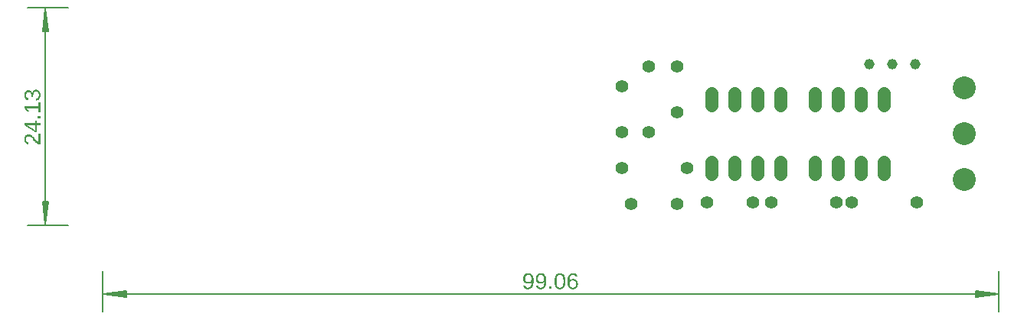
<source format=gbr>
G04 EAGLE Gerber RS-274X export*
G75*
%MOMM*%
%FSLAX34Y34*%
%LPD*%
%INTop Copper*%
%IPPOS*%
%AMOC8*
5,1,8,0,0,1.08239X$1,22.5*%
G01*
G04 Define Apertures*
%ADD10C,0.130000*%
%ADD11C,1.158000*%
%ADD12C,1.422400*%
%ADD13C,2.540000*%
%ADD14C,1.400000*%
G36*
X505619Y-70691D02*
X505975Y-70665D01*
X506319Y-70620D01*
X506652Y-70558D01*
X506973Y-70478D01*
X507284Y-70380D01*
X507582Y-70264D01*
X507870Y-70130D01*
X508146Y-69978D01*
X508411Y-69809D01*
X508664Y-69622D01*
X508906Y-69417D01*
X509137Y-69194D01*
X509356Y-68953D01*
X509564Y-68695D01*
X509761Y-68419D01*
X509946Y-68125D01*
X510119Y-67816D01*
X510280Y-67491D01*
X510429Y-67150D01*
X510566Y-66792D01*
X510692Y-66419D01*
X510805Y-66030D01*
X510906Y-65624D01*
X510996Y-65203D01*
X511073Y-64766D01*
X511139Y-64313D01*
X511193Y-63843D01*
X511234Y-63358D01*
X511264Y-62857D01*
X511282Y-62339D01*
X511288Y-61806D01*
X511265Y-60739D01*
X511197Y-59739D01*
X511146Y-59264D01*
X511084Y-58807D01*
X511010Y-58366D01*
X510925Y-57942D01*
X510828Y-57534D01*
X510720Y-57144D01*
X510601Y-56771D01*
X510470Y-56414D01*
X510328Y-56075D01*
X510175Y-55752D01*
X510010Y-55446D01*
X509834Y-55157D01*
X509646Y-54885D01*
X509446Y-54631D01*
X509233Y-54394D01*
X509007Y-54175D01*
X508769Y-53973D01*
X508519Y-53789D01*
X508256Y-53622D01*
X507980Y-53473D01*
X507692Y-53341D01*
X507392Y-53227D01*
X507079Y-53131D01*
X506753Y-53052D01*
X506415Y-52991D01*
X506065Y-52947D01*
X505701Y-52920D01*
X505326Y-52912D01*
X504940Y-52920D01*
X504567Y-52946D01*
X504207Y-52990D01*
X503861Y-53050D01*
X503528Y-53129D01*
X503208Y-53224D01*
X502901Y-53337D01*
X502607Y-53467D01*
X502326Y-53614D01*
X502059Y-53779D01*
X501805Y-53961D01*
X501564Y-54161D01*
X501336Y-54378D01*
X501121Y-54612D01*
X500920Y-54863D01*
X500731Y-55132D01*
X500555Y-55419D01*
X500391Y-55722D01*
X500237Y-56043D01*
X500095Y-56382D01*
X499965Y-56738D01*
X499846Y-57112D01*
X499738Y-57503D01*
X499641Y-57911D01*
X499556Y-58337D01*
X499482Y-58780D01*
X499420Y-59241D01*
X499369Y-59719D01*
X499329Y-60215D01*
X499300Y-60728D01*
X499278Y-61806D01*
X499284Y-62342D01*
X499301Y-62862D01*
X499330Y-63366D01*
X499371Y-63853D01*
X499424Y-64324D01*
X499488Y-64779D01*
X499564Y-65218D01*
X499652Y-65640D01*
X499751Y-66046D01*
X499862Y-66435D01*
X499985Y-66809D01*
X500120Y-67166D01*
X500266Y-67506D01*
X500424Y-67831D01*
X500593Y-68139D01*
X500774Y-68431D01*
X500967Y-68706D01*
X501172Y-68963D01*
X501388Y-69202D01*
X501616Y-69424D01*
X501855Y-69628D01*
X502106Y-69814D01*
X502368Y-69982D01*
X502642Y-70133D01*
X502928Y-70266D01*
X503225Y-70381D01*
X503534Y-70479D01*
X503854Y-70559D01*
X504187Y-70621D01*
X504530Y-70665D01*
X504885Y-70691D01*
X505252Y-70700D01*
X505619Y-70691D01*
G37*
G36*
X470287Y-70691D02*
X470646Y-70663D01*
X470995Y-70616D01*
X471333Y-70551D01*
X471660Y-70467D01*
X471977Y-70364D01*
X472282Y-70242D01*
X472577Y-70102D01*
X472861Y-69943D01*
X473135Y-69766D01*
X473397Y-69570D01*
X473649Y-69355D01*
X473890Y-69121D01*
X474120Y-68869D01*
X474339Y-68598D01*
X474548Y-68308D01*
X474745Y-68001D01*
X474929Y-67678D01*
X475100Y-67339D01*
X475259Y-66983D01*
X475405Y-66612D01*
X475538Y-66224D01*
X475659Y-65820D01*
X475767Y-65401D01*
X475862Y-64965D01*
X475945Y-64513D01*
X476015Y-64045D01*
X476072Y-63560D01*
X476116Y-63060D01*
X476148Y-62544D01*
X476167Y-62011D01*
X476173Y-61463D01*
X476150Y-60426D01*
X476121Y-59932D01*
X476081Y-59456D01*
X476028Y-58996D01*
X475965Y-58553D01*
X475889Y-58127D01*
X475802Y-57718D01*
X475704Y-57325D01*
X475593Y-56949D01*
X475472Y-56590D01*
X475338Y-56248D01*
X475193Y-55922D01*
X475037Y-55614D01*
X474869Y-55322D01*
X474689Y-55046D01*
X474498Y-54788D01*
X474296Y-54546D01*
X474083Y-54321D01*
X473859Y-54112D01*
X473625Y-53921D01*
X473379Y-53746D01*
X473122Y-53587D01*
X472855Y-53445D01*
X472576Y-53320D01*
X472287Y-53212D01*
X471987Y-53120D01*
X471676Y-53045D01*
X471353Y-52987D01*
X471020Y-52945D01*
X470676Y-52920D01*
X470321Y-52912D01*
X469987Y-52918D01*
X469662Y-52936D01*
X469347Y-52966D01*
X469040Y-53009D01*
X468455Y-53130D01*
X467908Y-53300D01*
X467397Y-53518D01*
X466924Y-53785D01*
X466488Y-54100D01*
X466089Y-54464D01*
X465732Y-54870D01*
X465423Y-55312D01*
X465162Y-55791D01*
X464948Y-56305D01*
X464782Y-56856D01*
X464663Y-57444D01*
X464592Y-58067D01*
X464574Y-58392D01*
X464568Y-58727D01*
X464590Y-59370D01*
X464655Y-59980D01*
X464764Y-60558D01*
X464917Y-61104D01*
X465114Y-61616D01*
X465354Y-62097D01*
X465639Y-62544D01*
X465966Y-62959D01*
X466331Y-63333D01*
X466724Y-63657D01*
X467146Y-63931D01*
X467598Y-64155D01*
X468079Y-64330D01*
X468589Y-64454D01*
X468854Y-64498D01*
X469128Y-64529D01*
X469408Y-64548D01*
X469696Y-64554D01*
X470048Y-64544D01*
X470393Y-64512D01*
X470730Y-64460D01*
X471061Y-64387D01*
X471384Y-64293D01*
X471699Y-64178D01*
X472008Y-64042D01*
X472309Y-63885D01*
X472595Y-63712D01*
X472860Y-63524D01*
X473103Y-63323D01*
X473324Y-63108D01*
X473523Y-62880D01*
X473701Y-62638D01*
X473856Y-62382D01*
X473990Y-62113D01*
X473962Y-62908D01*
X473903Y-63656D01*
X473813Y-64357D01*
X473692Y-65011D01*
X473540Y-65618D01*
X473357Y-66177D01*
X473143Y-66690D01*
X472898Y-67155D01*
X472624Y-67569D01*
X472323Y-67928D01*
X471995Y-68231D01*
X471640Y-68480D01*
X471259Y-68673D01*
X471058Y-68749D01*
X470851Y-68811D01*
X470636Y-68859D01*
X470415Y-68894D01*
X470188Y-68915D01*
X469953Y-68922D01*
X469677Y-68913D01*
X469414Y-68888D01*
X469163Y-68846D01*
X468924Y-68787D01*
X468698Y-68711D01*
X468485Y-68618D01*
X468284Y-68508D01*
X468095Y-68382D01*
X467919Y-68238D01*
X467755Y-68078D01*
X467603Y-67901D01*
X467465Y-67707D01*
X467338Y-67496D01*
X467224Y-67268D01*
X467123Y-67024D01*
X467034Y-66762D01*
X464924Y-67094D01*
X465066Y-67553D01*
X465231Y-67979D01*
X465417Y-68372D01*
X465624Y-68733D01*
X465854Y-69061D01*
X466105Y-69356D01*
X466377Y-69618D01*
X466672Y-69848D01*
X466989Y-70048D01*
X467332Y-70221D01*
X467700Y-70367D01*
X468093Y-70487D01*
X468511Y-70580D01*
X468955Y-70647D01*
X469423Y-70687D01*
X469917Y-70700D01*
X470287Y-70691D01*
G37*
G36*
X484256Y-70691D02*
X484615Y-70663D01*
X484964Y-70616D01*
X485302Y-70551D01*
X485629Y-70467D01*
X485946Y-70364D01*
X486251Y-70242D01*
X486546Y-70102D01*
X486830Y-69943D01*
X487103Y-69766D01*
X487366Y-69570D01*
X487618Y-69355D01*
X487858Y-69121D01*
X488089Y-68869D01*
X488308Y-68598D01*
X488517Y-68308D01*
X488713Y-68001D01*
X488898Y-67678D01*
X489069Y-67339D01*
X489228Y-66983D01*
X489374Y-66612D01*
X489507Y-66224D01*
X489628Y-65820D01*
X489736Y-65401D01*
X489831Y-64965D01*
X489913Y-64513D01*
X489983Y-64045D01*
X490040Y-63560D01*
X490085Y-63060D01*
X490117Y-62544D01*
X490136Y-62011D01*
X490142Y-61463D01*
X490119Y-60426D01*
X490090Y-59932D01*
X490049Y-59456D01*
X489997Y-58996D01*
X489933Y-58553D01*
X489858Y-58127D01*
X489771Y-57718D01*
X489672Y-57325D01*
X489562Y-56949D01*
X489440Y-56590D01*
X489307Y-56248D01*
X489162Y-55922D01*
X489006Y-55614D01*
X488837Y-55322D01*
X488658Y-55046D01*
X488467Y-54788D01*
X488265Y-54546D01*
X488052Y-54321D01*
X487828Y-54112D01*
X487593Y-53921D01*
X487348Y-53746D01*
X487091Y-53587D01*
X486824Y-53445D01*
X486545Y-53320D01*
X486256Y-53212D01*
X485956Y-53120D01*
X485644Y-53045D01*
X485322Y-52987D01*
X484989Y-52945D01*
X484645Y-52920D01*
X484290Y-52912D01*
X483956Y-52918D01*
X483631Y-52936D01*
X483315Y-52966D01*
X483009Y-53009D01*
X482424Y-53130D01*
X481876Y-53300D01*
X481366Y-53518D01*
X480893Y-53785D01*
X480457Y-54100D01*
X480058Y-54464D01*
X479701Y-54870D01*
X479392Y-55312D01*
X479131Y-55791D01*
X478917Y-56305D01*
X478750Y-56856D01*
X478632Y-57444D01*
X478560Y-58067D01*
X478542Y-58392D01*
X478536Y-58727D01*
X478558Y-59370D01*
X478624Y-59980D01*
X478733Y-60558D01*
X478886Y-61104D01*
X479083Y-61616D01*
X479323Y-62097D01*
X479607Y-62544D01*
X479935Y-62959D01*
X480299Y-63333D01*
X480693Y-63657D01*
X481115Y-63931D01*
X481567Y-64155D01*
X482047Y-64330D01*
X482557Y-64454D01*
X482823Y-64498D01*
X483096Y-64529D01*
X483377Y-64548D01*
X483665Y-64554D01*
X484017Y-64544D01*
X484362Y-64512D01*
X484699Y-64460D01*
X485029Y-64387D01*
X485352Y-64293D01*
X485668Y-64178D01*
X485976Y-64042D01*
X486278Y-63885D01*
X486564Y-63712D01*
X486829Y-63524D01*
X487072Y-63323D01*
X487293Y-63108D01*
X487492Y-62880D01*
X487669Y-62638D01*
X487825Y-62382D01*
X487958Y-62113D01*
X487931Y-62908D01*
X487872Y-63656D01*
X487782Y-64357D01*
X487661Y-65011D01*
X487509Y-65618D01*
X487326Y-66177D01*
X487112Y-66690D01*
X486867Y-67155D01*
X486592Y-67569D01*
X486291Y-67928D01*
X485964Y-68231D01*
X485609Y-68480D01*
X485228Y-68673D01*
X485027Y-68749D01*
X484819Y-68811D01*
X484605Y-68859D01*
X484384Y-68894D01*
X484157Y-68915D01*
X483922Y-68922D01*
X483646Y-68913D01*
X483383Y-68888D01*
X483132Y-68846D01*
X482893Y-68787D01*
X482667Y-68711D01*
X482453Y-68618D01*
X482252Y-68508D01*
X482064Y-68382D01*
X481887Y-68238D01*
X481723Y-68078D01*
X481572Y-67901D01*
X481433Y-67707D01*
X481307Y-67496D01*
X481193Y-67268D01*
X481091Y-67024D01*
X481002Y-66762D01*
X478892Y-67094D01*
X479035Y-67553D01*
X479199Y-67979D01*
X479385Y-68372D01*
X479593Y-68733D01*
X479822Y-69061D01*
X480073Y-69356D01*
X480346Y-69618D01*
X480640Y-69848D01*
X480958Y-70048D01*
X481301Y-70221D01*
X481669Y-70367D01*
X482062Y-70487D01*
X482480Y-70580D01*
X482923Y-70647D01*
X483392Y-70687D01*
X483885Y-70700D01*
X484256Y-70691D01*
G37*
G36*
X519874Y-70694D02*
X520188Y-70676D01*
X520492Y-70645D01*
X520788Y-70601D01*
X521075Y-70546D01*
X521353Y-70478D01*
X521883Y-70305D01*
X522378Y-70082D01*
X522837Y-69810D01*
X523261Y-69489D01*
X523650Y-69118D01*
X523998Y-68704D01*
X524299Y-68254D01*
X524554Y-67769D01*
X524763Y-67247D01*
X524925Y-66689D01*
X525041Y-66095D01*
X525111Y-65465D01*
X525134Y-64799D01*
X525112Y-64184D01*
X525046Y-63600D01*
X524937Y-63049D01*
X524783Y-62530D01*
X524585Y-62043D01*
X524344Y-61588D01*
X524059Y-61166D01*
X523730Y-60776D01*
X523363Y-60425D01*
X522965Y-60121D01*
X522537Y-59863D01*
X522078Y-59653D01*
X521588Y-59489D01*
X521067Y-59372D01*
X520515Y-59302D01*
X519933Y-59279D01*
X519585Y-59288D01*
X519247Y-59315D01*
X518919Y-59361D01*
X518601Y-59425D01*
X518294Y-59506D01*
X517996Y-59607D01*
X517708Y-59725D01*
X517430Y-59862D01*
X517165Y-60016D01*
X516915Y-60186D01*
X516680Y-60374D01*
X516461Y-60578D01*
X516257Y-60798D01*
X516068Y-61036D01*
X515895Y-61290D01*
X515737Y-61561D01*
X515753Y-60751D01*
X515802Y-59991D01*
X515883Y-59280D01*
X515996Y-58618D01*
X516142Y-58005D01*
X516320Y-57442D01*
X516531Y-56928D01*
X516774Y-56463D01*
X517046Y-56051D01*
X517345Y-55693D01*
X517671Y-55391D01*
X518023Y-55143D01*
X518402Y-54950D01*
X518602Y-54875D01*
X518808Y-54813D01*
X519021Y-54765D01*
X519240Y-54730D01*
X519467Y-54710D01*
X519699Y-54703D01*
X519968Y-54711D01*
X520224Y-54736D01*
X520469Y-54777D01*
X520701Y-54835D01*
X520921Y-54909D01*
X521129Y-55000D01*
X521325Y-55107D01*
X521509Y-55230D01*
X521681Y-55370D01*
X521841Y-55527D01*
X521988Y-55700D01*
X522124Y-55890D01*
X522247Y-56096D01*
X522359Y-56318D01*
X522458Y-56557D01*
X522546Y-56813D01*
X524656Y-56433D01*
X524517Y-56006D01*
X524356Y-55607D01*
X524172Y-55236D01*
X523966Y-54892D01*
X523737Y-54576D01*
X523485Y-54287D01*
X523211Y-54026D01*
X522914Y-53792D01*
X522594Y-53586D01*
X522252Y-53407D01*
X521887Y-53256D01*
X521500Y-53132D01*
X521090Y-53035D01*
X520657Y-52967D01*
X520202Y-52925D01*
X519724Y-52912D01*
X519358Y-52921D01*
X519003Y-52949D01*
X518659Y-52996D01*
X518325Y-53062D01*
X518001Y-53147D01*
X517689Y-53250D01*
X517387Y-53372D01*
X517096Y-53513D01*
X516815Y-53673D01*
X516545Y-53851D01*
X516285Y-54048D01*
X516037Y-54264D01*
X515799Y-54499D01*
X515571Y-54753D01*
X515354Y-55025D01*
X515148Y-55316D01*
X514953Y-55625D01*
X514771Y-55950D01*
X514602Y-56291D01*
X514445Y-56649D01*
X514300Y-57023D01*
X514169Y-57413D01*
X514049Y-57819D01*
X513943Y-58242D01*
X513848Y-58681D01*
X513767Y-59137D01*
X513698Y-59608D01*
X513641Y-60096D01*
X513597Y-60600D01*
X513566Y-61121D01*
X513547Y-61658D01*
X513541Y-62211D01*
X513547Y-62722D01*
X513565Y-63217D01*
X513595Y-63696D01*
X513637Y-64161D01*
X513692Y-64610D01*
X513758Y-65043D01*
X513837Y-65461D01*
X513927Y-65864D01*
X514030Y-66251D01*
X514145Y-66623D01*
X514271Y-66979D01*
X514410Y-67320D01*
X514561Y-67645D01*
X514724Y-67955D01*
X514899Y-68250D01*
X515087Y-68529D01*
X515285Y-68792D01*
X515495Y-69038D01*
X515715Y-69267D01*
X515945Y-69479D01*
X516187Y-69674D01*
X516439Y-69852D01*
X516702Y-70013D01*
X516976Y-70158D01*
X517260Y-70285D01*
X517556Y-70395D01*
X517862Y-70488D01*
X518178Y-70565D01*
X518506Y-70624D01*
X518844Y-70666D01*
X519193Y-70692D01*
X519552Y-70700D01*
X519874Y-70694D01*
G37*
%LPC*%
G36*
X505036Y-68890D02*
X504803Y-68870D01*
X504578Y-68837D01*
X504362Y-68790D01*
X504154Y-68730D01*
X503954Y-68657D01*
X503579Y-68471D01*
X503238Y-68231D01*
X502929Y-67938D01*
X502654Y-67591D01*
X502412Y-67192D01*
X502201Y-66735D01*
X502018Y-66216D01*
X501863Y-65635D01*
X501736Y-64993D01*
X501637Y-64289D01*
X501567Y-63523D01*
X501525Y-62695D01*
X501510Y-61806D01*
X501524Y-60892D01*
X501566Y-60044D01*
X501636Y-59263D01*
X501733Y-58549D01*
X501858Y-57901D01*
X502011Y-57321D01*
X502191Y-56806D01*
X502400Y-56359D01*
X502640Y-55971D01*
X502916Y-55634D01*
X503228Y-55350D01*
X503576Y-55117D01*
X503960Y-54936D01*
X504165Y-54865D01*
X504379Y-54806D01*
X504602Y-54761D01*
X504835Y-54729D01*
X505076Y-54709D01*
X505326Y-54703D01*
X505570Y-54709D01*
X505805Y-54729D01*
X506032Y-54762D01*
X506249Y-54808D01*
X506458Y-54867D01*
X506659Y-54939D01*
X507033Y-55123D01*
X507372Y-55359D01*
X507676Y-55648D01*
X507944Y-55990D01*
X508178Y-56384D01*
X508381Y-56836D01*
X508557Y-57353D01*
X508705Y-57934D01*
X508827Y-58580D01*
X508921Y-59290D01*
X508989Y-60064D01*
X509030Y-60903D01*
X509043Y-61806D01*
X509029Y-62679D01*
X508986Y-63493D01*
X508915Y-64249D01*
X508816Y-64947D01*
X508688Y-65586D01*
X508532Y-66167D01*
X508348Y-66690D01*
X508135Y-67155D01*
X507892Y-67563D01*
X507616Y-67917D01*
X507308Y-68216D01*
X506967Y-68461D01*
X506784Y-68564D01*
X506593Y-68652D01*
X506394Y-68727D01*
X506187Y-68788D01*
X505972Y-68836D01*
X505748Y-68870D01*
X505517Y-68890D01*
X505277Y-68897D01*
X505036Y-68890D01*
G37*
G36*
X469841Y-62795D02*
X469479Y-62743D01*
X469137Y-62658D01*
X468816Y-62538D01*
X468514Y-62383D01*
X468234Y-62194D01*
X467973Y-61971D01*
X467733Y-61714D01*
X467517Y-61427D01*
X467330Y-61116D01*
X467172Y-60779D01*
X467043Y-60418D01*
X466942Y-60032D01*
X466870Y-59622D01*
X466827Y-59187D01*
X466813Y-58727D01*
X466827Y-58276D01*
X466870Y-57848D01*
X466942Y-57445D01*
X467043Y-57066D01*
X467172Y-56711D01*
X467330Y-56379D01*
X467517Y-56072D01*
X467733Y-55789D01*
X467973Y-55534D01*
X468235Y-55314D01*
X468518Y-55127D01*
X468822Y-54974D01*
X469147Y-54856D01*
X469493Y-54771D01*
X469860Y-54720D01*
X470248Y-54703D01*
X470639Y-54723D01*
X471011Y-54782D01*
X471362Y-54881D01*
X471692Y-55020D01*
X472003Y-55199D01*
X472293Y-55417D01*
X472562Y-55675D01*
X472812Y-55973D01*
X473036Y-56303D01*
X473231Y-56658D01*
X473395Y-57040D01*
X473530Y-57446D01*
X473634Y-57878D01*
X473709Y-58336D01*
X473754Y-58819D01*
X473769Y-59328D01*
X473761Y-59579D01*
X473739Y-59823D01*
X473702Y-60061D01*
X473651Y-60291D01*
X473584Y-60514D01*
X473503Y-60731D01*
X473407Y-60941D01*
X473296Y-61144D01*
X473038Y-61520D01*
X472737Y-61851D01*
X472391Y-62136D01*
X472002Y-62377D01*
X471583Y-62567D01*
X471146Y-62703D01*
X470922Y-62751D01*
X470693Y-62785D01*
X470460Y-62805D01*
X470223Y-62812D01*
X469841Y-62795D01*
G37*
G36*
X483810Y-62795D02*
X483448Y-62743D01*
X483106Y-62658D01*
X482784Y-62538D01*
X482483Y-62383D01*
X482202Y-62194D01*
X481942Y-61971D01*
X481702Y-61714D01*
X481486Y-61427D01*
X481299Y-61116D01*
X481141Y-60779D01*
X481012Y-60418D01*
X480911Y-60032D01*
X480839Y-59622D01*
X480796Y-59187D01*
X480782Y-58727D01*
X480796Y-58276D01*
X480839Y-57848D01*
X480911Y-57445D01*
X481012Y-57066D01*
X481141Y-56711D01*
X481299Y-56379D01*
X481486Y-56072D01*
X481702Y-55789D01*
X481942Y-55534D01*
X482204Y-55314D01*
X482487Y-55127D01*
X482790Y-54974D01*
X483115Y-54856D01*
X483461Y-54771D01*
X483828Y-54720D01*
X484217Y-54703D01*
X484608Y-54723D01*
X484980Y-54782D01*
X485331Y-54881D01*
X485661Y-55020D01*
X485972Y-55199D01*
X486262Y-55417D01*
X486531Y-55675D01*
X486781Y-55973D01*
X487005Y-56303D01*
X487199Y-56658D01*
X487364Y-57040D01*
X487498Y-57446D01*
X487603Y-57878D01*
X487678Y-58336D01*
X487723Y-58819D01*
X487738Y-59328D01*
X487730Y-59579D01*
X487708Y-59823D01*
X487671Y-60061D01*
X487619Y-60291D01*
X487553Y-60514D01*
X487472Y-60731D01*
X487376Y-60941D01*
X487265Y-61144D01*
X487007Y-61520D01*
X486705Y-61851D01*
X486360Y-62136D01*
X485971Y-62377D01*
X485552Y-62567D01*
X485115Y-62703D01*
X484891Y-62751D01*
X484662Y-62785D01*
X484429Y-62805D01*
X484192Y-62812D01*
X483810Y-62795D01*
G37*
G36*
X519101Y-68902D02*
X518741Y-68842D01*
X518398Y-68742D01*
X518072Y-68603D01*
X517764Y-68423D01*
X517474Y-68204D01*
X517201Y-67945D01*
X516945Y-67646D01*
X516714Y-67315D01*
X516513Y-66962D01*
X516343Y-66587D01*
X516205Y-66189D01*
X516097Y-65768D01*
X516019Y-65325D01*
X515973Y-64859D01*
X515958Y-64370D01*
X515973Y-63985D01*
X516017Y-63621D01*
X516091Y-63279D01*
X516195Y-62958D01*
X516329Y-62658D01*
X516492Y-62379D01*
X516686Y-62122D01*
X516908Y-61886D01*
X517155Y-61674D01*
X517421Y-61491D01*
X517705Y-61336D01*
X518008Y-61210D01*
X518329Y-61111D01*
X518669Y-61040D01*
X519028Y-60998D01*
X519405Y-60984D01*
X519805Y-61000D01*
X520182Y-61048D01*
X520536Y-61127D01*
X520868Y-61239D01*
X521177Y-61382D01*
X521464Y-61557D01*
X521728Y-61764D01*
X521969Y-62002D01*
X522185Y-62270D01*
X522372Y-62565D01*
X522530Y-62887D01*
X522659Y-63235D01*
X522760Y-63611D01*
X522832Y-64013D01*
X522875Y-64442D01*
X522889Y-64898D01*
X522875Y-65354D01*
X522832Y-65786D01*
X522761Y-66192D01*
X522662Y-66574D01*
X522535Y-66930D01*
X522378Y-67261D01*
X522194Y-67567D01*
X521981Y-67848D01*
X521744Y-68100D01*
X521484Y-68318D01*
X521204Y-68502D01*
X520902Y-68653D01*
X520578Y-68771D01*
X520233Y-68854D01*
X519867Y-68905D01*
X519479Y-68922D01*
X519101Y-68902D01*
G37*
%LPD*%
G36*
X496014Y-67768D02*
X493622Y-67768D01*
X493622Y-70455D01*
X496014Y-70455D01*
X496014Y-67768D01*
G37*
G36*
X-73159Y111431D02*
X-69245Y111431D01*
X-69245Y113517D01*
X-73159Y113517D01*
X-73159Y115946D01*
X-74901Y115946D01*
X-74901Y113517D01*
X-86531Y113517D01*
X-86531Y111198D01*
X-74876Y103285D01*
X-73159Y103285D01*
X-73159Y111431D01*
G37*
G36*
X-73124Y138665D02*
X-72598Y138798D01*
X-72107Y138971D01*
X-71651Y139184D01*
X-71231Y139436D01*
X-70846Y139728D01*
X-70497Y140059D01*
X-70184Y140431D01*
X-69906Y140838D01*
X-69666Y141279D01*
X-69462Y141753D01*
X-69296Y142260D01*
X-69166Y142800D01*
X-69074Y143374D01*
X-69018Y143980D01*
X-69000Y144620D01*
X-69020Y145305D01*
X-69082Y145950D01*
X-69184Y146553D01*
X-69328Y147117D01*
X-69512Y147639D01*
X-69738Y148121D01*
X-70005Y148562D01*
X-70312Y148963D01*
X-70657Y149320D01*
X-71036Y149629D01*
X-71449Y149890D01*
X-71895Y150104D01*
X-72375Y150270D01*
X-72889Y150389D01*
X-73436Y150460D01*
X-73722Y150478D01*
X-74017Y150484D01*
X-74423Y150467D01*
X-74810Y150417D01*
X-75180Y150332D01*
X-75532Y150214D01*
X-75867Y150062D01*
X-76184Y149877D01*
X-76484Y149658D01*
X-76765Y149405D01*
X-77024Y149121D01*
X-77256Y148811D01*
X-77460Y148474D01*
X-77636Y148110D01*
X-77785Y147720D01*
X-77906Y147302D01*
X-78000Y146858D01*
X-78066Y146387D01*
X-78115Y146387D01*
X-78217Y146815D01*
X-78341Y147217D01*
X-78485Y147593D01*
X-78650Y147943D01*
X-78836Y148267D01*
X-79043Y148564D01*
X-79271Y148835D01*
X-79520Y149080D01*
X-79788Y149297D01*
X-80077Y149485D01*
X-80384Y149644D01*
X-80711Y149774D01*
X-81057Y149875D01*
X-81423Y149948D01*
X-81808Y149991D01*
X-82212Y150006D01*
X-82737Y149983D01*
X-83233Y149916D01*
X-83698Y149803D01*
X-84134Y149645D01*
X-84540Y149443D01*
X-84916Y149195D01*
X-85263Y148902D01*
X-85580Y148564D01*
X-85863Y148186D01*
X-86109Y147771D01*
X-86316Y147320D01*
X-86486Y146833D01*
X-86618Y146310D01*
X-86713Y145750D01*
X-86769Y145154D01*
X-86788Y144522D01*
X-86770Y143940D01*
X-86714Y143386D01*
X-86621Y142859D01*
X-86491Y142358D01*
X-86323Y141885D01*
X-86119Y141438D01*
X-85877Y141019D01*
X-85598Y140627D01*
X-85286Y140268D01*
X-84945Y139949D01*
X-84575Y139669D01*
X-84175Y139429D01*
X-83747Y139229D01*
X-83289Y139068D01*
X-82802Y138948D01*
X-82286Y138866D01*
X-82114Y141087D01*
X-82445Y141135D01*
X-82757Y141208D01*
X-83049Y141303D01*
X-83323Y141423D01*
X-83577Y141566D01*
X-83812Y141732D01*
X-84028Y141922D01*
X-84224Y142136D01*
X-84400Y142370D01*
X-84552Y142622D01*
X-84680Y142891D01*
X-84786Y143177D01*
X-84867Y143481D01*
X-84926Y143802D01*
X-84961Y144141D01*
X-84973Y144497D01*
X-84960Y144887D01*
X-84922Y145251D01*
X-84860Y145591D01*
X-84772Y145907D01*
X-84659Y146197D01*
X-84521Y146463D01*
X-84357Y146704D01*
X-84169Y146920D01*
X-83959Y147112D01*
X-83731Y147277D01*
X-83484Y147417D01*
X-83220Y147532D01*
X-82937Y147621D01*
X-82636Y147685D01*
X-82317Y147723D01*
X-81979Y147736D01*
X-81639Y147721D01*
X-81318Y147674D01*
X-81016Y147596D01*
X-80733Y147486D01*
X-80468Y147346D01*
X-80223Y147174D01*
X-79997Y146971D01*
X-79789Y146736D01*
X-79604Y146474D01*
X-79443Y146185D01*
X-79307Y145872D01*
X-79196Y145533D01*
X-79109Y145168D01*
X-79048Y144778D01*
X-79010Y144362D01*
X-78998Y143921D01*
X-78998Y142719D01*
X-77084Y142719D01*
X-77084Y143970D01*
X-77072Y144467D01*
X-77035Y144934D01*
X-76973Y145371D01*
X-76886Y145778D01*
X-76775Y146155D01*
X-76639Y146501D01*
X-76478Y146818D01*
X-76293Y147104D01*
X-76086Y147359D01*
X-75859Y147579D01*
X-75612Y147766D01*
X-75347Y147919D01*
X-75062Y148037D01*
X-74758Y148122D01*
X-74434Y148173D01*
X-74091Y148190D01*
X-73698Y148175D01*
X-73331Y148131D01*
X-72988Y148056D01*
X-72671Y147952D01*
X-72378Y147819D01*
X-72110Y147655D01*
X-71867Y147462D01*
X-71650Y147239D01*
X-71457Y146990D01*
X-71290Y146719D01*
X-71149Y146425D01*
X-71033Y146109D01*
X-70943Y145770D01*
X-70879Y145409D01*
X-70840Y145026D01*
X-70828Y144620D01*
X-70840Y144216D01*
X-70876Y143834D01*
X-70935Y143475D01*
X-71019Y143138D01*
X-71127Y142824D01*
X-71259Y142532D01*
X-71415Y142263D01*
X-71594Y142016D01*
X-71798Y141792D01*
X-72026Y141590D01*
X-72277Y141411D01*
X-72553Y141255D01*
X-72852Y141121D01*
X-73176Y141009D01*
X-73523Y140920D01*
X-73895Y140854D01*
X-73686Y138572D01*
X-73124Y138665D01*
G37*
G36*
X-69245Y101450D02*
X-71122Y101450D01*
X-71122Y92433D01*
X-71556Y92646D01*
X-71998Y92917D01*
X-72448Y93247D01*
X-72907Y93635D01*
X-73384Y94088D01*
X-73890Y94613D01*
X-74424Y95211D01*
X-74986Y95880D01*
X-75961Y97059D01*
X-76799Y98030D01*
X-77501Y98794D01*
X-78066Y99352D01*
X-78563Y99778D01*
X-79059Y100148D01*
X-79556Y100462D01*
X-80053Y100720D01*
X-80551Y100921D01*
X-81050Y101065D01*
X-81300Y101115D01*
X-81551Y101151D01*
X-81802Y101173D01*
X-82053Y101180D01*
X-82604Y101158D01*
X-83123Y101092D01*
X-83609Y100982D01*
X-84063Y100829D01*
X-84485Y100631D01*
X-84874Y100390D01*
X-85231Y100104D01*
X-85555Y99775D01*
X-85844Y99405D01*
X-86095Y98997D01*
X-86307Y98552D01*
X-86480Y98068D01*
X-86615Y97547D01*
X-86711Y96988D01*
X-86769Y96392D01*
X-86788Y95757D01*
X-86769Y95176D01*
X-86712Y94621D01*
X-86616Y94094D01*
X-86482Y93594D01*
X-86309Y93120D01*
X-86098Y92674D01*
X-85849Y92255D01*
X-85562Y91862D01*
X-85242Y91503D01*
X-84895Y91184D01*
X-84522Y90904D01*
X-84123Y90665D01*
X-83697Y90464D01*
X-83245Y90304D01*
X-82767Y90183D01*
X-82261Y90102D01*
X-82053Y92359D01*
X-82390Y92411D01*
X-82707Y92486D01*
X-83005Y92585D01*
X-83284Y92707D01*
X-83544Y92853D01*
X-83784Y93023D01*
X-84005Y93216D01*
X-84206Y93433D01*
X-84386Y93669D01*
X-84541Y93921D01*
X-84673Y94188D01*
X-84781Y94471D01*
X-84865Y94769D01*
X-84925Y95083D01*
X-84961Y95412D01*
X-84973Y95757D01*
X-84960Y96118D01*
X-84924Y96459D01*
X-84862Y96779D01*
X-84776Y97079D01*
X-84666Y97359D01*
X-84531Y97618D01*
X-84372Y97857D01*
X-84188Y98076D01*
X-83981Y98272D01*
X-83755Y98441D01*
X-83509Y98584D01*
X-83243Y98702D01*
X-82957Y98793D01*
X-82651Y98858D01*
X-82325Y98897D01*
X-81979Y98910D01*
X-81719Y98903D01*
X-81466Y98880D01*
X-81219Y98842D01*
X-80979Y98789D01*
X-80747Y98721D01*
X-80521Y98638D01*
X-80302Y98539D01*
X-80090Y98426D01*
X-79677Y98165D01*
X-79274Y97866D01*
X-78880Y97530D01*
X-78495Y97156D01*
X-77735Y96323D01*
X-76974Y95395D01*
X-76181Y94416D01*
X-75324Y93426D01*
X-74866Y92935D01*
X-74382Y92456D01*
X-73872Y91988D01*
X-73336Y91531D01*
X-72766Y91097D01*
X-72154Y90698D01*
X-71500Y90334D01*
X-70803Y90004D01*
X-69245Y90004D01*
X-69245Y101450D01*
G37*
G36*
X-69245Y136393D02*
X-71122Y136393D01*
X-71122Y132185D01*
X-86531Y132185D01*
X-86531Y130148D01*
X-83721Y126063D01*
X-81636Y126063D01*
X-84421Y129964D01*
X-71122Y129964D01*
X-71122Y125560D01*
X-69245Y125560D01*
X-69245Y136393D01*
G37*
%LPC*%
G36*
X-75146Y105518D02*
X-76054Y106181D01*
X-82580Y110609D01*
X-82899Y110809D01*
X-83390Y111088D01*
X-84040Y111431D01*
X-74901Y111431D01*
X-74901Y105322D01*
X-75146Y105518D01*
G37*
%LPD*%
G36*
X-69245Y121364D02*
X-71932Y121364D01*
X-71932Y118972D01*
X-69245Y118972D01*
X-69245Y121364D01*
G37*
D10*
X0Y-50800D02*
X0Y-95700D01*
X990600Y-95700D02*
X990600Y-50800D01*
X989950Y-76200D02*
X650Y-76200D01*
X26000Y-73008D01*
X26000Y-79392D01*
X650Y-76200D01*
X26000Y-74900D01*
X26000Y-77500D02*
X650Y-76200D01*
X26000Y-73600D01*
X26000Y-78800D02*
X650Y-76200D01*
X964600Y-73008D02*
X989950Y-76200D01*
X964600Y-73008D02*
X964600Y-79392D01*
X989950Y-76200D01*
X964600Y-74900D01*
X964600Y-77500D02*
X989950Y-76200D01*
X964600Y-73600D01*
X964600Y-78800D02*
X989950Y-76200D01*
X-38100Y0D02*
X-83000Y0D01*
X-83000Y241300D02*
X-38100Y241300D01*
X-63500Y240650D02*
X-63500Y650D01*
X-66692Y26000D01*
X-60308Y26000D01*
X-63500Y650D01*
X-64800Y26000D01*
X-62200Y26000D02*
X-63500Y650D01*
X-66100Y26000D01*
X-60900Y26000D02*
X-63500Y650D01*
X-66692Y215300D02*
X-63500Y240650D01*
X-66692Y215300D02*
X-60308Y215300D01*
X-63500Y240650D01*
X-64800Y215300D01*
X-62200Y215300D02*
X-63500Y240650D01*
X-66100Y215300D01*
X-60900Y215300D02*
X-63500Y240650D01*
D11*
X847456Y178564D03*
X898256Y178564D03*
X872856Y178564D03*
D12*
X645800Y63500D03*
X573400Y63500D03*
X603250Y103500D03*
X603250Y175900D03*
X827400Y25400D03*
X899800Y25400D03*
D13*
X952500Y50800D03*
X952500Y101600D03*
X952500Y152400D03*
D14*
X749300Y146700D02*
X749300Y132700D01*
X723900Y132700D02*
X723900Y146700D01*
X698500Y146700D02*
X698500Y132700D01*
X673100Y132700D02*
X673100Y146700D01*
X673100Y70500D02*
X673100Y56500D01*
X698500Y56500D02*
X698500Y70500D01*
X723900Y70500D02*
X723900Y56500D01*
X749300Y56500D02*
X749300Y70500D01*
X863600Y132700D02*
X863600Y146700D01*
X838200Y146700D02*
X838200Y132700D01*
X812800Y132700D02*
X812800Y146700D01*
X787400Y146700D02*
X787400Y132700D01*
X787400Y70500D02*
X787400Y56500D01*
X812800Y56500D02*
X812800Y70500D01*
X838200Y70500D02*
X838200Y56500D01*
X863600Y56500D02*
X863600Y70500D01*
D12*
X738500Y25400D03*
X810900Y25400D03*
X635000Y23876D03*
X584200Y23876D03*
X718424Y25400D03*
X667624Y25400D03*
X635000Y176024D03*
X635000Y125224D03*
X573504Y103604D03*
X573504Y154404D03*
M02*

</source>
